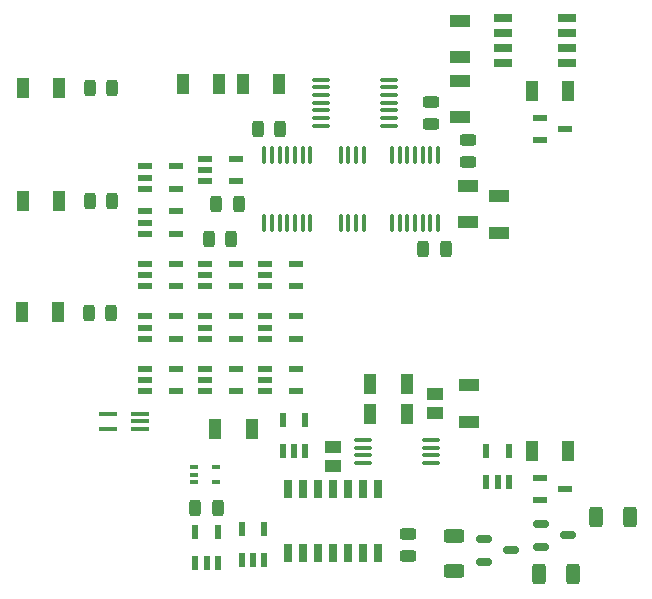
<source format=gbr>
%TF.GenerationSoftware,KiCad,Pcbnew,8.0.5*%
%TF.CreationDate,2024-10-10T22:45:47+02:00*%
%TF.ProjectId,TSAL,5453414c-2e6b-4696-9361-645f70636258,V2.0*%
%TF.SameCoordinates,Original*%
%TF.FileFunction,Paste,Top*%
%TF.FilePolarity,Positive*%
%FSLAX46Y46*%
G04 Gerber Fmt 4.6, Leading zero omitted, Abs format (unit mm)*
G04 Created by KiCad (PCBNEW 8.0.5) date 2024-10-10 22:45:47*
%MOMM*%
%LPD*%
G01*
G04 APERTURE LIST*
G04 Aperture macros list*
%AMRoundRect*
0 Rectangle with rounded corners*
0 $1 Rounding radius*
0 $2 $3 $4 $5 $6 $7 $8 $9 X,Y pos of 4 corners*
0 Add a 4 corners polygon primitive as box body*
4,1,4,$2,$3,$4,$5,$6,$7,$8,$9,$2,$3,0*
0 Add four circle primitives for the rounded corners*
1,1,$1+$1,$2,$3*
1,1,$1+$1,$4,$5*
1,1,$1+$1,$6,$7*
1,1,$1+$1,$8,$9*
0 Add four rect primitives between the rounded corners*
20,1,$1+$1,$2,$3,$4,$5,0*
20,1,$1+$1,$4,$5,$6,$7,0*
20,1,$1+$1,$6,$7,$8,$9,0*
20,1,$1+$1,$8,$9,$2,$3,0*%
G04 Aperture macros list end*
%ADD10RoundRect,0.100000X0.650000X0.100000X-0.650000X0.100000X-0.650000X-0.100000X0.650000X-0.100000X0*%
%ADD11RoundRect,0.243750X0.243750X0.456250X-0.243750X0.456250X-0.243750X-0.456250X0.243750X-0.456250X0*%
%ADD12RoundRect,0.250000X0.625000X-0.312500X0.625000X0.312500X-0.625000X0.312500X-0.625000X-0.312500X0*%
%ADD13R,1.150000X0.600000*%
%ADD14R,1.050000X1.800000*%
%ADD15R,1.528000X0.650000*%
%ADD16RoundRect,0.243750X-0.243750X-0.456250X0.243750X-0.456250X0.243750X0.456250X-0.243750X0.456250X0*%
%ADD17R,1.800000X1.050000*%
%ADD18R,1.470000X1.070000*%
%ADD19RoundRect,0.100000X-0.100000X0.637500X-0.100000X-0.637500X0.100000X-0.637500X0.100000X0.637500X0*%
%ADD20R,1.300000X0.600000*%
%ADD21RoundRect,0.243750X-0.456250X0.243750X-0.456250X-0.243750X0.456250X-0.243750X0.456250X0.243750X0*%
%ADD22RoundRect,0.250000X-0.312500X-0.625000X0.312500X-0.625000X0.312500X0.625000X-0.312500X0.625000X0*%
%ADD23RoundRect,0.100000X-0.637500X-0.100000X0.637500X-0.100000X0.637500X0.100000X-0.637500X0.100000X0*%
%ADD24R,0.650000X1.525000*%
%ADD25RoundRect,0.150000X-0.512500X-0.150000X0.512500X-0.150000X0.512500X0.150000X-0.512500X0.150000X0*%
%ADD26RoundRect,0.100000X-0.225000X-0.100000X0.225000X-0.100000X0.225000X0.100000X-0.225000X0.100000X0*%
%ADD27R,0.600000X1.150000*%
%ADD28RoundRect,0.250000X0.312500X0.625000X-0.312500X0.625000X-0.312500X-0.625000X0.312500X-0.625000X0*%
%ADD29RoundRect,0.100000X0.100000X-0.637500X0.100000X0.637500X-0.100000X0.637500X-0.100000X-0.637500X0*%
G04 APERTURE END LIST*
D10*
%TO.C,U2*%
X110677000Y-67325000D03*
X110677000Y-66675000D03*
X110677000Y-66025000D03*
X108017000Y-66025000D03*
X108017000Y-67325000D03*
%TD*%
D11*
%TO.C,D5*%
X119047500Y-48260000D03*
X117172500Y-48260000D03*
%TD*%
D12*
%TO.C,R38*%
X137287000Y-79313500D03*
X137287000Y-76388500D03*
%TD*%
D13*
%TO.C,G5*%
X116205000Y-57790000D03*
X116205000Y-58740000D03*
X116205000Y-59690000D03*
X118805000Y-59690000D03*
X118805000Y-57790000D03*
%TD*%
D14*
%TO.C,R2*%
X103860000Y-38465000D03*
X100760000Y-38465000D03*
%TD*%
D15*
%TO.C,TI1*%
X141434000Y-32497500D03*
X141434000Y-33767500D03*
X141434000Y-35037500D03*
X141434000Y-36307500D03*
X146856000Y-36307500D03*
X146856000Y-35037500D03*
X146856000Y-33767500D03*
X146856000Y-32497500D03*
%TD*%
D14*
%TO.C,R6*%
X143865000Y-69215000D03*
X146965000Y-69215000D03*
%TD*%
D16*
%TO.C,D3*%
X106452500Y-47990000D03*
X108327500Y-47990000D03*
%TD*%
D17*
%TO.C,R23*%
X137795000Y-35840000D03*
X137795000Y-32740000D03*
%TD*%
D18*
%TO.C,C23*%
X127000000Y-70474000D03*
X127000000Y-68834000D03*
%TD*%
D19*
%TO.C,CP4*%
X135935000Y-44127500D03*
X135285000Y-44127500D03*
X134635000Y-44127500D03*
X133985000Y-44127500D03*
X133335000Y-44127500D03*
X132685000Y-44127500D03*
X132035000Y-44127500D03*
X132035000Y-49852500D03*
X132685000Y-49852500D03*
X133335000Y-49852500D03*
X133985000Y-49852500D03*
X134635000Y-49852500D03*
X135285000Y-49852500D03*
X135935000Y-49852500D03*
%TD*%
D20*
%TO.C,Q2*%
X144585000Y-40960000D03*
X144585000Y-42860000D03*
X146685000Y-41910000D03*
%TD*%
D21*
%TO.C,D2*%
X133350000Y-76200000D03*
X133350000Y-78075000D03*
%TD*%
D17*
%TO.C,R30*%
X138557000Y-66701000D03*
X138557000Y-63601000D03*
%TD*%
D22*
%TO.C,R40*%
X144460500Y-79629000D03*
X147385500Y-79629000D03*
%TD*%
D14*
%TO.C,R20*%
X117068000Y-67310000D03*
X120168000Y-67310000D03*
%TD*%
D23*
%TO.C,CP5*%
X129598500Y-68240000D03*
X129598500Y-68890000D03*
X129598500Y-69540000D03*
X129598500Y-70190000D03*
X135323500Y-70190000D03*
X135323500Y-69540000D03*
X135323500Y-68890000D03*
X135323500Y-68240000D03*
%TD*%
D17*
%TO.C,R24*%
X137795000Y-40920000D03*
X137795000Y-37820000D03*
%TD*%
D11*
%TO.C,D9*%
X118405950Y-51243969D03*
X116530950Y-51243969D03*
%TD*%
D19*
%TO.C,CP3*%
X125109800Y-44146200D03*
X124459800Y-44146200D03*
X123809800Y-44146200D03*
X123159800Y-44146200D03*
X122509800Y-44146200D03*
X121859800Y-44146200D03*
X121209800Y-44146200D03*
X121209800Y-49871200D03*
X121859800Y-49871200D03*
X122509800Y-49871200D03*
X123159800Y-49871200D03*
X123809800Y-49871200D03*
X124459800Y-49871200D03*
X125109800Y-49871200D03*
%TD*%
D24*
%TO.C,DL1*%
X123190000Y-77814000D03*
X124460000Y-77814000D03*
X125730000Y-77814000D03*
X127000000Y-77814000D03*
X128270000Y-77814000D03*
X129540000Y-77814000D03*
X130810000Y-77814000D03*
X130810000Y-72390000D03*
X129540000Y-72390000D03*
X128270000Y-72390000D03*
X127000000Y-72390000D03*
X125730000Y-72390000D03*
X124460000Y-72390000D03*
X123190000Y-72390000D03*
%TD*%
D14*
%TO.C,R7*%
X103785000Y-57375000D03*
X100685000Y-57375000D03*
%TD*%
D13*
%TO.C,G3*%
X111155000Y-53345000D03*
X111155000Y-54295000D03*
X111155000Y-55245000D03*
X113755000Y-55245000D03*
X113755000Y-53345000D03*
%TD*%
%TO.C,G13*%
X121315000Y-57790000D03*
X121315000Y-58740000D03*
X121315000Y-59690000D03*
X123915000Y-59690000D03*
X123915000Y-57790000D03*
%TD*%
D17*
%TO.C,R25*%
X138430000Y-46710000D03*
X138430000Y-49810000D03*
%TD*%
D20*
%TO.C,Q1*%
X144585000Y-71440000D03*
X144585000Y-73340000D03*
X146685000Y-72390000D03*
%TD*%
D25*
%TO.C,Q3*%
X144658500Y-75377000D03*
X144658500Y-77277000D03*
X146933500Y-76327000D03*
%TD*%
D13*
%TO.C,G12*%
X121315000Y-53345000D03*
X121315000Y-54295000D03*
X121315000Y-55245000D03*
X123915000Y-55245000D03*
X123915000Y-53345000D03*
%TD*%
%TO.C,G10*%
X116235000Y-44450000D03*
X116235000Y-45400000D03*
X116235000Y-46350000D03*
X118835000Y-46350000D03*
X118835000Y-44450000D03*
%TD*%
%TO.C,G4*%
X111155000Y-57790000D03*
X111155000Y-58740000D03*
X111155000Y-59690000D03*
X113755000Y-59690000D03*
X113755000Y-57790000D03*
%TD*%
%TO.C,G9*%
X116205000Y-53345000D03*
X116205000Y-54295000D03*
X116205000Y-55245000D03*
X118805000Y-55245000D03*
X118805000Y-53345000D03*
%TD*%
D14*
%TO.C,R22*%
X122480000Y-38100000D03*
X119380000Y-38100000D03*
%TD*%
D13*
%TO.C,G2*%
X111125000Y-48895000D03*
X111125000Y-49845000D03*
X111125000Y-50795000D03*
X113725000Y-50795000D03*
X113725000Y-48895000D03*
%TD*%
D26*
%TO.C,CP1*%
X115229600Y-70536000D03*
X115229600Y-71186000D03*
X115229600Y-71836000D03*
X117129600Y-71836000D03*
X117129600Y-70536000D03*
%TD*%
D27*
%TO.C,G14*%
X122798800Y-69168800D03*
X123748800Y-69168800D03*
X124698800Y-69168800D03*
X124698800Y-66568800D03*
X122798800Y-66568800D03*
%TD*%
D18*
%TO.C,C22*%
X135636000Y-64331000D03*
X135636000Y-65971000D03*
%TD*%
D13*
%TO.C,G1*%
X111125000Y-45085000D03*
X111125000Y-46035000D03*
X111125000Y-46985000D03*
X113725000Y-46985000D03*
X113725000Y-45085000D03*
%TD*%
D14*
%TO.C,R18*%
X143865000Y-38735000D03*
X146965000Y-38735000D03*
%TD*%
D27*
%TO.C,G16*%
X119319000Y-78389000D03*
X120269000Y-78389000D03*
X121219000Y-78389000D03*
X121219000Y-75789000D03*
X119319000Y-75789000D03*
%TD*%
D14*
%TO.C,R26*%
X133312500Y-63500000D03*
X130212500Y-63500000D03*
%TD*%
D13*
%TO.C,G7*%
X111155000Y-62235000D03*
X111155000Y-63185000D03*
X111155000Y-64135000D03*
X113755000Y-64135000D03*
X113755000Y-62235000D03*
%TD*%
%TO.C,G11*%
X121315000Y-62235000D03*
X121315000Y-63185000D03*
X121315000Y-64135000D03*
X123915000Y-64135000D03*
X123915000Y-62235000D03*
%TD*%
D21*
%TO.C,D11*%
X135339243Y-39618325D03*
X135339243Y-41493325D03*
%TD*%
D14*
%TO.C,R4*%
X103860000Y-47990000D03*
X100760000Y-47990000D03*
%TD*%
%TO.C,R21*%
X117400000Y-38100000D03*
X114300000Y-38100000D03*
%TD*%
%TO.C,R27*%
X130212500Y-66040000D03*
X133312500Y-66040000D03*
%TD*%
D16*
%TO.C,D10*%
X120680000Y-41910000D03*
X122555000Y-41910000D03*
%TD*%
%TO.C,D4*%
X106377500Y-57515000D03*
X108252500Y-57515000D03*
%TD*%
%TO.C,D1*%
X106452500Y-38465000D03*
X108327500Y-38465000D03*
%TD*%
D11*
%TO.C,D8*%
X136568634Y-52080993D03*
X134693634Y-52080993D03*
%TD*%
D23*
%TO.C,U1*%
X126042500Y-37747159D03*
X126042500Y-38397159D03*
X126042500Y-39047159D03*
X126042500Y-39697159D03*
X126042500Y-40347159D03*
X126042500Y-40997159D03*
X126042500Y-41647159D03*
X131767500Y-41647159D03*
X131767500Y-40997159D03*
X131767500Y-40347159D03*
X131767500Y-39697159D03*
X131767500Y-39047159D03*
X131767500Y-38397159D03*
X131767500Y-37747159D03*
%TD*%
D27*
%TO.C,G8*%
X140020000Y-71785000D03*
X140970000Y-71785000D03*
X141920000Y-71785000D03*
X141920000Y-69185000D03*
X140020000Y-69185000D03*
%TD*%
D13*
%TO.C,G6*%
X116235000Y-62235000D03*
X116235000Y-63185000D03*
X116235000Y-64135000D03*
X118835000Y-64135000D03*
X118835000Y-62235000D03*
%TD*%
D16*
%TO.C,D6*%
X115394500Y-74041000D03*
X117269500Y-74041000D03*
%TD*%
D27*
%TO.C,G15*%
X115382000Y-78643000D03*
X116332000Y-78643000D03*
X117282000Y-78643000D03*
X117282000Y-76043000D03*
X115382000Y-76043000D03*
%TD*%
D21*
%TO.C,D7*%
X138430000Y-42877500D03*
X138430000Y-44752500D03*
%TD*%
D28*
%TO.C,R37*%
X152211500Y-74803000D03*
X149286500Y-74803000D03*
%TD*%
D29*
%TO.C,CP2*%
X127676000Y-49852500D03*
X128326000Y-49852500D03*
X128976000Y-49852500D03*
X129626000Y-49852500D03*
X129626000Y-44127500D03*
X128976000Y-44127500D03*
X128326000Y-44127500D03*
X127676000Y-44127500D03*
%TD*%
D17*
%TO.C,R28*%
X141096870Y-50726974D03*
X141096870Y-47626974D03*
%TD*%
D25*
%TO.C,Q4*%
X139832500Y-76647000D03*
X139832500Y-78547000D03*
X142107500Y-77597000D03*
%TD*%
M02*

</source>
